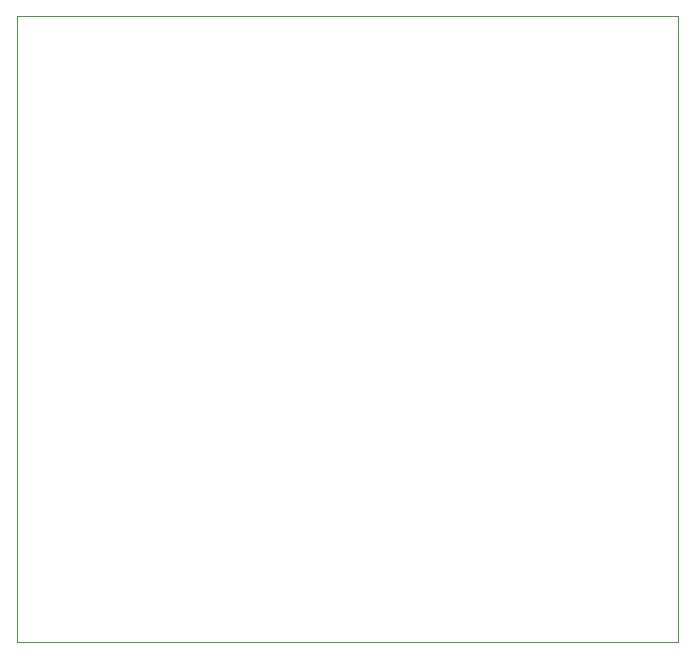
<source format=gbr>
%TF.GenerationSoftware,KiCad,Pcbnew,9.0.2-9.0.2-0~ubuntu22.04.1*%
%TF.CreationDate,2025-06-18T20:33:51+02:00*%
%TF.ProjectId,salaemcp,73616c61-656d-4637-902e-6b696361645f,rev?*%
%TF.SameCoordinates,Original*%
%TF.FileFunction,Profile,NP*%
%FSLAX46Y46*%
G04 Gerber Fmt 4.6, Leading zero omitted, Abs format (unit mm)*
G04 Created by KiCad (PCBNEW 9.0.2-9.0.2-0~ubuntu22.04.1) date 2025-06-18 20:33:51*
%MOMM*%
%LPD*%
G01*
G04 APERTURE LIST*
%TA.AperFunction,Profile*%
%ADD10C,0.050000*%
%TD*%
G04 APERTURE END LIST*
D10*
X98500000Y-50500000D02*
X154500000Y-50500000D01*
X154500000Y-103500000D01*
X98500000Y-103500000D01*
X98500000Y-50500000D01*
M02*

</source>
